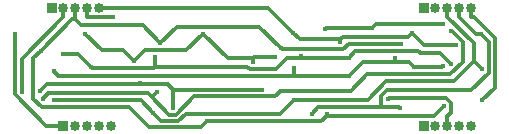
<source format=gbr>
G04 #@! TF.GenerationSoftware,KiCad,Pcbnew,(5.1.4)-1*
G04 #@! TF.CreationDate,2020-11-23T15:52:42-08:00*
G04 #@! TF.ProjectId,ufc_v4_opt,7566635f-7634-45f6-9f70-742e6b696361,rev?*
G04 #@! TF.SameCoordinates,Original*
G04 #@! TF.FileFunction,Copper,L2,Bot*
G04 #@! TF.FilePolarity,Positive*
%FSLAX46Y46*%
G04 Gerber Fmt 4.6, Leading zero omitted, Abs format (unit mm)*
G04 Created by KiCad (PCBNEW (5.1.4)-1) date 2020-11-23 15:52:42*
%MOMM*%
%LPD*%
G04 APERTURE LIST*
%ADD10O,0.850000X0.850000*%
%ADD11R,0.850000X0.850000*%
%ADD12C,0.450000*%
%ADD13C,0.305000*%
G04 APERTURE END LIST*
D10*
X155738000Y-83042000D03*
X154738000Y-83042000D03*
X153738000Y-83042000D03*
X152738000Y-83042000D03*
D11*
X151738000Y-83042000D03*
D10*
X187238000Y-83042000D03*
X186238000Y-83042000D03*
X185238000Y-83042000D03*
X184238000Y-83042000D03*
D11*
X183238000Y-83042000D03*
D10*
X156738000Y-93042000D03*
X155738000Y-93042000D03*
X154738000Y-93042000D03*
X153738000Y-93042000D03*
D11*
X152738000Y-93042000D03*
D10*
X187238000Y-93042000D03*
X186238000Y-93042000D03*
X185238000Y-93042000D03*
X184238000Y-93042000D03*
D11*
X183238000Y-93042000D03*
D12*
X170637500Y-87253800D03*
X174873100Y-84839700D03*
X168787100Y-87633800D03*
X158693800Y-87593800D03*
X154585700Y-85270900D03*
X184882900Y-84464000D03*
X178870300Y-84776900D03*
X188179100Y-90900700D03*
X164551400Y-85239900D03*
X160940700Y-86033700D03*
X164892000Y-92622400D03*
X171169900Y-86491700D03*
X154604400Y-91461500D03*
X150802400Y-86694500D03*
X175017100Y-92032600D03*
X184917000Y-91334400D03*
X181283200Y-86080500D03*
X160678900Y-90144000D03*
X156891200Y-83820200D03*
X181176300Y-88697200D03*
X185578200Y-85043700D03*
X171118700Y-90079600D03*
X150988600Y-90738800D03*
X172211900Y-85218600D03*
X176177200Y-85962500D03*
X185960600Y-86219100D03*
X182256600Y-85173500D03*
X182974900Y-86906200D03*
X185526900Y-87817100D03*
X172877900Y-87121900D03*
X176879100Y-87311400D03*
X160496500Y-87217700D03*
X165258600Y-88071500D03*
X180165400Y-86682100D03*
X152657800Y-86946200D03*
X155097000Y-88071500D03*
X172247600Y-88109100D03*
X151911000Y-88444400D03*
X176919000Y-88833300D03*
X182401000Y-88071500D03*
X184869700Y-88005900D03*
X180817500Y-87321800D03*
X160969300Y-88824400D03*
X156727600Y-88824400D03*
X166717800Y-88824400D03*
X175382400Y-90869300D03*
X172253100Y-90869900D03*
X165994000Y-92029000D03*
X160353900Y-91970500D03*
X188144900Y-88270500D03*
X151935000Y-90886500D03*
X159239500Y-89447700D03*
X162020700Y-91552900D03*
X169563500Y-89971500D03*
X173766100Y-92006400D03*
X181270800Y-91562600D03*
X150758900Y-90088000D03*
X188059400Y-85277600D03*
X148617400Y-85270600D03*
X149209900Y-90144000D03*
X180207700Y-90797000D03*
D13*
X168787100Y-87346200D02*
X168879500Y-87253800D01*
X168879500Y-87253800D02*
X170637500Y-87253800D01*
X168787100Y-87346200D02*
X168787100Y-87633800D01*
X164551400Y-85239900D02*
X166657700Y-87346200D01*
X166657700Y-87346200D02*
X168787100Y-87346200D01*
X178870300Y-84776900D02*
X174935900Y-84776900D01*
X174935900Y-84776900D02*
X174873100Y-84839700D01*
X184882900Y-84464000D02*
X179183200Y-84464000D01*
X179183200Y-84464000D02*
X178870300Y-84776900D01*
X158693800Y-87593800D02*
X159648100Y-86639500D01*
X159648100Y-86639500D02*
X163151800Y-86639500D01*
X163151800Y-86639500D02*
X164551400Y-85239900D01*
X154585700Y-85270900D02*
X155969900Y-86655100D01*
X155969900Y-86655100D02*
X157755100Y-86655100D01*
X157755100Y-86655100D02*
X158693800Y-87593800D01*
X187238000Y-83042000D02*
X187238000Y-83820200D01*
X188179100Y-90900700D02*
X189273300Y-89806500D01*
X189273300Y-89806500D02*
X189273300Y-85613600D01*
X189273300Y-85613600D02*
X187479900Y-83820200D01*
X187479900Y-83820200D02*
X187238000Y-83820200D01*
X171169900Y-86491700D02*
X169320000Y-84641800D01*
X169320000Y-84641800D02*
X162332600Y-84641800D01*
X162332600Y-84641800D02*
X160940700Y-86033700D01*
X171169900Y-86491700D02*
X171218900Y-86540700D01*
X171218900Y-86540700D02*
X176416600Y-86540700D01*
X176416600Y-86540700D02*
X176876800Y-86080500D01*
X176876800Y-86080500D02*
X181283200Y-86080500D01*
X160940700Y-86033700D02*
X159453100Y-84546100D01*
X159453100Y-84546100D02*
X154262900Y-84546100D01*
X154262900Y-84546100D02*
X153738000Y-84021200D01*
X164892000Y-92622400D02*
X174568200Y-92622400D01*
X174568200Y-92622400D02*
X175017100Y-92173500D01*
X154604400Y-91470200D02*
X158267600Y-91470200D01*
X158267600Y-91470200D02*
X159939900Y-93142500D01*
X159939900Y-93142500D02*
X164371900Y-93142500D01*
X164371900Y-93142500D02*
X164892000Y-92622400D01*
X150802400Y-86694500D02*
X153475700Y-84021200D01*
X153475700Y-84021200D02*
X153738000Y-84021200D01*
X153738000Y-84021200D02*
X153738000Y-83820200D01*
X154604400Y-91470200D02*
X150895300Y-91470200D01*
X150895300Y-91470200D02*
X150162900Y-90737800D01*
X150162900Y-90737800D02*
X150162900Y-87334000D01*
X150162900Y-87334000D02*
X150802400Y-86694500D01*
X153738000Y-83042000D02*
X153738000Y-83820200D01*
X154604400Y-91470200D02*
X154604400Y-91461500D01*
X175017100Y-92173500D02*
X175017100Y-92032600D01*
X175017100Y-92173500D02*
X184077900Y-92173500D01*
X184077900Y-92173500D02*
X184917000Y-91334400D01*
X181176300Y-88697200D02*
X185464500Y-88697200D01*
X185464500Y-88697200D02*
X186554000Y-87607700D01*
X186554000Y-87607700D02*
X186554000Y-85923100D01*
X186554000Y-85923100D02*
X185674700Y-85043800D01*
X185674700Y-85043800D02*
X185578200Y-85043800D01*
X185578200Y-85043800D02*
X185578200Y-85043700D01*
X171118700Y-90079600D02*
X177056500Y-90079600D01*
X177056500Y-90079600D02*
X178438900Y-88697200D01*
X178438900Y-88697200D02*
X181176300Y-88697200D01*
X171118700Y-90079600D02*
X170638700Y-90559600D01*
X170638700Y-90559600D02*
X163831700Y-90559600D01*
X163831700Y-90559600D02*
X162260200Y-92131100D01*
X162260200Y-92131100D02*
X161694600Y-92131100D01*
X161694600Y-92131100D02*
X160193200Y-90629700D01*
X160193200Y-90629700D02*
X160678900Y-90144000D01*
X160193200Y-90629700D02*
X159868800Y-90305300D01*
X159868800Y-90305300D02*
X151422100Y-90305300D01*
X151422100Y-90305300D02*
X150988600Y-90738800D01*
X154738000Y-83820200D02*
X156891200Y-83820200D01*
X154738000Y-83042000D02*
X154738000Y-83820200D01*
X176177200Y-85732300D02*
X172725600Y-85732300D01*
X172725600Y-85732300D02*
X172211900Y-85218600D01*
X172211900Y-85218600D02*
X170035300Y-83042000D01*
X170035300Y-83042000D02*
X155738000Y-83042000D01*
X182256600Y-85173500D02*
X181927900Y-85502200D01*
X181927900Y-85502200D02*
X176407300Y-85502200D01*
X176407300Y-85502200D02*
X176177200Y-85732300D01*
X176177200Y-85962500D02*
X176177200Y-85732300D01*
X182256600Y-85173500D02*
X183302200Y-86219100D01*
X183302200Y-86219100D02*
X185960600Y-86219100D01*
X165258600Y-88071500D02*
X168308200Y-88071500D01*
X168308200Y-88071500D02*
X168493500Y-88256800D01*
X168493500Y-88256800D02*
X170748000Y-88256800D01*
X170748000Y-88256800D02*
X171693400Y-87311400D01*
X171693400Y-87311400D02*
X172877900Y-87311400D01*
X185526900Y-87817100D02*
X184616000Y-86906200D01*
X184616000Y-86906200D02*
X182974900Y-86906200D01*
X182974900Y-86906200D02*
X182796500Y-86727800D01*
X182796500Y-86727800D02*
X180165400Y-86727800D01*
X180165400Y-86727800D02*
X180165400Y-86682100D01*
X176879100Y-87311400D02*
X177462700Y-86727800D01*
X177462700Y-86727800D02*
X180165400Y-86727800D01*
X172877900Y-87311400D02*
X172877900Y-87121900D01*
X176879100Y-87311400D02*
X172877900Y-87311400D01*
X160496500Y-88071500D02*
X165258600Y-88071500D01*
X155097000Y-88071500D02*
X155197500Y-88172000D01*
X155197500Y-88172000D02*
X160396000Y-88172000D01*
X160396000Y-88172000D02*
X160496500Y-88071500D01*
X160496500Y-88071500D02*
X160496500Y-87217700D01*
X155097000Y-88071500D02*
X153971700Y-86946200D01*
X153971700Y-86946200D02*
X152657800Y-86946200D01*
X172247600Y-88824400D02*
X166717800Y-88824400D01*
X176919000Y-88824400D02*
X172247600Y-88824400D01*
X172247600Y-88824400D02*
X172247600Y-88109100D01*
X180817500Y-87683400D02*
X180817500Y-87321800D01*
X182401000Y-88071500D02*
X184804100Y-88071500D01*
X184804100Y-88071500D02*
X184869700Y-88005900D01*
X176919000Y-88824400D02*
X176919000Y-88833300D01*
X180817500Y-87683400D02*
X178060000Y-87683400D01*
X178060000Y-87683400D02*
X176919000Y-88824400D01*
X160969300Y-88824400D02*
X166717800Y-88824400D01*
X182401000Y-88071500D02*
X182012900Y-87683400D01*
X182012900Y-87683400D02*
X180817500Y-87683400D01*
X156727600Y-88824400D02*
X152291000Y-88824400D01*
X152291000Y-88824400D02*
X151911000Y-88444400D01*
X160969300Y-88824400D02*
X156727600Y-88824400D01*
X187461300Y-87586900D02*
X185772700Y-89275500D01*
X185772700Y-89275500D02*
X180078200Y-89275500D01*
X180078200Y-89275500D02*
X178484400Y-90869300D01*
X178484400Y-90869300D02*
X175382400Y-90869300D01*
X175382400Y-90869300D02*
X175381800Y-90869900D01*
X175381800Y-90869900D02*
X172253100Y-90869900D01*
X187461300Y-87586900D02*
X187461300Y-86043500D01*
X187461300Y-86043500D02*
X185238000Y-83820200D01*
X188144900Y-88270500D02*
X187461300Y-87586900D01*
X160353900Y-91970500D02*
X161020200Y-92636800D01*
X161020200Y-92636800D02*
X162469700Y-92636800D01*
X162469700Y-92636800D02*
X163077500Y-92029000D01*
X163077500Y-92029000D02*
X165994000Y-92029000D01*
X172253100Y-90869900D02*
X172253100Y-90870700D01*
X172253100Y-90870700D02*
X171094800Y-92029000D01*
X171094800Y-92029000D02*
X165994000Y-92029000D01*
X160353900Y-91970500D02*
X159266700Y-90883300D01*
X159266700Y-90883300D02*
X151938200Y-90883300D01*
X151938200Y-90883300D02*
X151935000Y-90886500D01*
X185238000Y-83042000D02*
X185238000Y-83820200D01*
X179602400Y-91449000D02*
X174323500Y-91449000D01*
X174323500Y-91449000D02*
X173766100Y-92006400D01*
X181270800Y-91562600D02*
X181157200Y-91449000D01*
X181157200Y-91449000D02*
X179602400Y-91449000D01*
X179602400Y-91449000D02*
X179602400Y-90550500D01*
X179602400Y-90550500D02*
X180118900Y-90034000D01*
X180118900Y-90034000D02*
X187273300Y-90034000D01*
X187273300Y-90034000D02*
X188767500Y-88539800D01*
X188767500Y-88539800D02*
X188767500Y-85985700D01*
X188767500Y-85985700D02*
X188059400Y-85277600D01*
X159239500Y-89520700D02*
X161569900Y-89520700D01*
X161569900Y-89520700D02*
X162020700Y-89971500D01*
X150758900Y-90088000D02*
X151326200Y-89520700D01*
X151326200Y-89520700D02*
X159239500Y-89520700D01*
X159239500Y-89520700D02*
X159239500Y-89447700D01*
X162020700Y-91552900D02*
X162020700Y-89971500D01*
X162020700Y-89971500D02*
X169563500Y-89971500D01*
X186238000Y-83820200D02*
X187695400Y-85277600D01*
X187695400Y-85277600D02*
X188059400Y-85277600D01*
X186238000Y-83042000D02*
X186238000Y-83820200D01*
X148617400Y-85270600D02*
X148617400Y-90377900D01*
X148617400Y-90377900D02*
X151281500Y-93042000D01*
X151281500Y-93042000D02*
X151959800Y-93042000D01*
X152738000Y-93042000D02*
X151959800Y-93042000D01*
X152738000Y-83820200D02*
X149209900Y-87348300D01*
X149209900Y-87348300D02*
X149209900Y-90144000D01*
X152738000Y-83042000D02*
X152738000Y-83820200D01*
X180207700Y-90797000D02*
X180272700Y-90732000D01*
X180272700Y-90732000D02*
X185135500Y-90732000D01*
X185135500Y-90732000D02*
X185514400Y-91110900D01*
X185514400Y-91110900D02*
X185514400Y-91930300D01*
X185514400Y-91930300D02*
X185238000Y-92206700D01*
X185238000Y-92206700D02*
X185238000Y-93042000D01*
M02*

</source>
